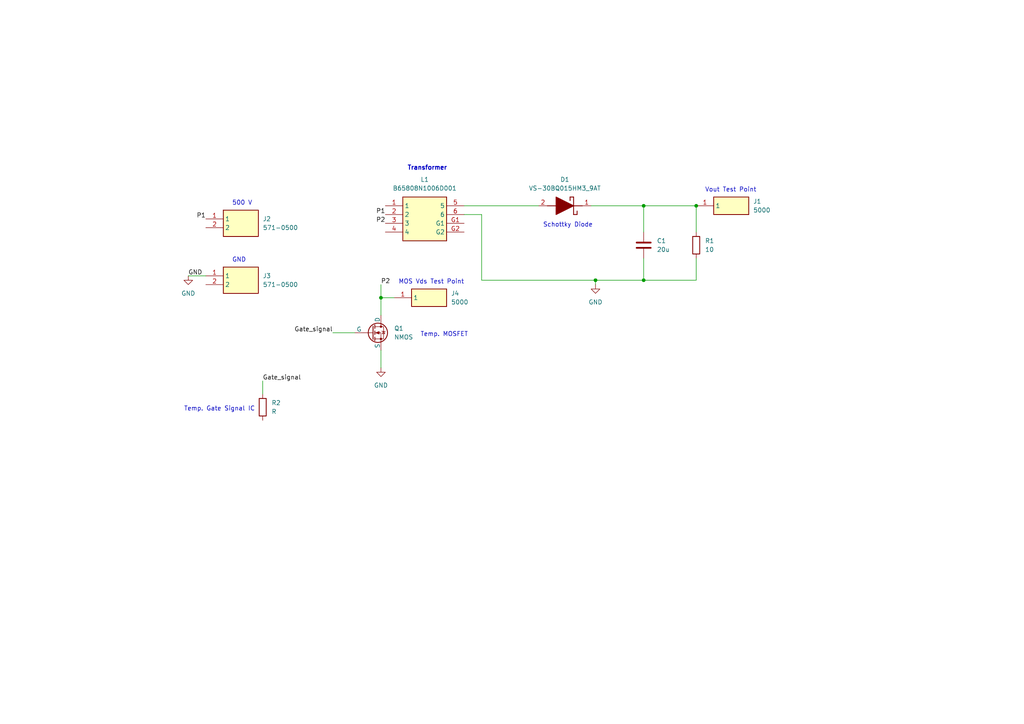
<source format=kicad_sch>
(kicad_sch (version 20230121) (generator eeschema)
  (paper "A4")
  (lib_symbols
    (symbol "5000:5000"
      (property "Reference" "J" (at 16.51 7.62 0))
      (property "Value" "5000" (at 16.51 5.08 0))
      (symbol "5000_1_1"
        (rectangle (start 5.08 2.54) (end 15.24 -2.54) (stroke (width 0.254)) (fill (type background)))
        (pin passive line (at 0 0 0) (length 5.08) (name "1") (number "1"))
      )
    )
    (symbol "571-0500:571-0500"
      (property "Reference" "J" (at 16.51 7.62 0))
      (property "Value" "571-0500" (at 16.51 5.08 0))
      (symbol "571-0500_1_1"
        (rectangle (start 5.08 2.54) (end 15.24 -5.08) (stroke (width 0.254)) (fill (type background)))
        (pin passive line (at 0 0 0) (length 5.08) (name "1") (number "1"))
        (pin passive line (at 0 -2.54 0) (length 5.08) (name "2") (number "2"))
      )
    )
    (symbol "B65808N1006D001:B65808N1006D001"
      (property "Reference" "L" (at 19.05 7.62 0))
      (property "Value" "B65808N1006D001" (at 19.05 5.08 0))
      (symbol "B65808N1006D001_1_1"
        (rectangle (start 5.08 2.54) (end 17.78 -10.16) (stroke (width 0.254)) (fill (type background)))
        (pin passive line (at 0 0 0) (length 5.08) (name "1") (number "1"))
        (pin passive line (at 0 -2.54 0) (length 5.08) (name "2") (number "2"))
        (pin passive line (at 0 -5.08 0) (length 5.08) (name "3") (number "3"))
        (pin passive line (at 0 -7.62 0) (length 5.08) (name "4") (number "4"))
        (pin passive line (at 22.86 0 180) (length 5.08) (name "5") (number "5"))
        (pin passive line (at 22.86 -2.54 180) (length 5.08) (name "6") (number "6"))
        (pin passive line (at 22.86 -5.08 180) (length 5.08) (name "G1") (number "G1"))
        (pin passive line (at 22.86 -7.62 180) (length 5.08) (name "G2") (number "G2"))
      )
    )
    (symbol "Device:C" (pin_numbers hide) (pin_names (offset 0.254))
      (property "Reference" "C" (at 0.635 2.54 0))
      (property "Value" "C" (at 0.635 -2.54 0))
      (symbol "C_0_1"
        (polyline (pts (xy -2.032 -0.762) (xy 2.032 -0.762)) (stroke (width 0.508)))
        (polyline (pts (xy -2.032 0.762) (xy 2.032 0.762)) (stroke (width 0.508)))
      )
      (symbol "C_1_1"
        (pin passive line (at 0 3.81 270) (length 2.794) (name "~") (number "1"))
        (pin passive line (at 0 -3.81 90) (length 2.794) (name "~") (number "2"))
      )
    )
    (symbol "Device:R" (pin_numbers hide) (pin_names (offset 0))
      (property "Reference" "R" (at 2.032 0 90))
      (property "Value" "R" (at 0 0 90))
      (symbol "R_0_1"
        (rectangle (start -1.016 -2.54) (end 1.016 2.54) (stroke (width 0.254)))
      )
      (symbol "R_1_1"
        (pin passive line (at 0 3.81 270) (length 1.27) (name "~") (number "1"))
        (pin passive line (at 0 -3.81 90) (length 1.27) (name "~") (number "2"))
      )
    )
    (symbol "Simulation_SPICE:NMOS" (pin_numbers hide) (pin_names (offset 0))
      (property "Reference" "Q" (at 5.08 1.27 0))
      (property "Value" "NMOS" (at 5.08 -1.27 0))
      (symbol "NMOS_0_1"
        (polyline (pts (xy 0.254 0) (xy -2.54 0)))
        (polyline (pts (xy 0.254 1.905) (xy 0.254 -1.905)) (stroke (width 0.254)))
        (polyline (pts (xy 0.762 -1.27) (xy 0.762 -2.286)) (stroke (width 0.254)))
        (polyline (pts (xy 0.762 0.508) (xy 0.762 -0.508)) (stroke (width 0.254)))
        (polyline (pts (xy 0.762 2.286) (xy 0.762 1.27)) (stroke (width 0.254)))
        (polyline (pts (xy 2.54 2.54) (xy 2.54 1.778)))
        (polyline (pts (xy 2.54 -2.54) (xy 2.54 0) (xy 0.762 0)))
        (polyline (pts (xy 0.762 -1.778) (xy 3.302 -1.778) (xy 3.302 1.778) (xy 0.762 1.778)))
        (polyline (pts (xy 1.016 0) (xy 2.032 0.381) (xy 2.032 -0.381) (xy 1.016 0)) (fill (type outline)))
        (polyline (pts (xy 2.794 0.508) (xy 2.921 0.381) (xy 3.683 0.381) (xy 3.81 0.254)))
        (polyline (pts (xy 3.302 0.381) (xy 2.921 -0.254) (xy 3.683 -0.254) (xy 3.302 0.381)))
        (circle (center 1.651 0) (radius 2.794) (stroke (width 0.254)))
        (circle (center 2.54 -1.778) (radius 0.254) (fill (type outline)))
        (circle (center 2.54 1.778) (radius 0.254) (fill (type outline)))
      )
      (symbol "NMOS_1_1"
        (pin passive line (at 2.54 5.08 270) (length 2.54) (name "D") (number "1"))
        (pin input line (at -5.08 0 0) (length 2.54) (name "G") (number "2"))
        (pin passive line (at 2.54 -5.08 90) (length 2.54) (name "S") (number "3"))
      )
    )
    (symbol "VS-30BQ015HM3_9AT:VS-30BQ015HM3_9AT" (pin_names hide)
      (property "Reference" "D" (at 12.7 8.89 0))
      (property "Value" "VS-30BQ015HM3_9AT" (at 12.7 6.35 0))
      (symbol "VS-30BQ015HM3_9AT_1_1"
        (polyline (pts (xy 5.08 0) (xy 7.62 0)) (stroke (width 0.254)))
        (polyline (pts (xy 6.604 -1.524) (xy 6.604 -2.54)) (stroke (width 0.254)))
        (polyline (pts (xy 7.62 -2.54) (xy 6.604 -2.54)) (stroke (width 0.254)))
        (polyline (pts (xy 7.62 2.54) (xy 7.62 -2.54)) (stroke (width 0.254)))
        (polyline (pts (xy 7.62 2.54) (xy 8.636 2.54)) (stroke (width 0.254)))
        (polyline (pts (xy 8.636 1.524) (xy 8.636 2.54)) (stroke (width 0.254)))
        (polyline (pts (xy 12.7 0) (xy 15.24 0)) (stroke (width 0.254)))
        (polyline (pts (xy 7.62 0) (xy 12.7 2.54) (xy 12.7 -2.54) (xy 7.62 0)) (stroke (width 0.254)) (fill (type outline)))
        (pin passive line (at 2.54 0 0) (length 2.54) (name "K") (number "1"))
        (pin passive line (at 17.78 0 180) (length 2.54) (name "A") (number "2"))
      )
    )
    (symbol "power:GND" (power) (pin_names (offset 0))
      (property "Value" "GND" (at 0 -3.81 0))
      (symbol "GND_0_1"
        (polyline (pts (xy 0 0) (xy 0 -1.27) (xy 1.27 -1.27) (xy 0 -2.54) (xy -1.27 -1.27) (xy 0 -1.27)))
      )
      (symbol "GND_1_1"
        (pin power_in line (at 0 0 270) (length 0) hide (name "GND") (number "1"))
      )
    )
  )
  (junction (at 201.93 59.69))
  (junction (at 186.69 81.28))
  (junction (at 110.49 86.36))
  (junction (at 186.69 59.69))
  (junction (at 172.72 81.28))
  (wire (pts (xy 110.49 86.36) (xy 114.3 86.36)))
  (wire (pts (xy 186.69 59.69) (xy 186.69 67.31)))
  (wire (pts (xy 110.49 82.55) (xy 110.49 86.36)))
  (wire (pts (xy 172.72 81.28) (xy 186.69 81.28)))
  (wire (pts (xy 139.7 81.28) (xy 172.72 81.28)))
  (wire (pts (xy 186.69 59.69) (xy 201.93 59.69)))
  (wire (pts (xy 139.7 62.23) (xy 134.62 62.23)))
  (wire (pts (xy 201.93 74.93) (xy 201.93 81.28)))
  (wire (pts (xy 110.49 86.36) (xy 110.49 91.44)))
  (wire (pts (xy 96.52 96.52) (xy 102.87 96.52)))
  (wire (pts (xy 201.93 59.69) (xy 201.93 67.31)))
  (wire (pts (xy 76.2 110.49) (xy 76.2 114.3)))
  (wire (pts (xy 54.61 80.01) (xy 59.69 80.01)))
  (wire (pts (xy 172.72 82.55) (xy 172.72 81.28)))
  (wire (pts (xy 186.69 74.93) (xy 186.69 81.28)))
  (wire (pts (xy 139.7 81.28) (xy 139.7 62.23)))
  (wire (pts (xy 186.69 81.28) (xy 201.93 81.28)))
  (wire (pts (xy 171.45 59.69) (xy 186.69 59.69)))
  (wire (pts (xy 110.49 101.6) (xy 110.49 106.68)))
  (wire (pts (xy 134.62 59.69) (xy 156.21 59.69)))
  (text "Vout Test Point" (at 204.47 55.88 0) (effects (font (size 1.27 1.27)) (justify left bottom)))
  (text "Transformer" (at 118.11 49.53 0) (effects (font (size 1.27 1.27) (thickness 0.254) bold) (justify left bottom)))
  (text "MOS Vds Test Point" (at 115.57 82.55 0) (effects (font (size 1.27 1.27)) (justify left bottom)))
  (text "Temp. Gate Signal IC" (at 53.34 119.38 0) (effects (font (size 1.27 1.27)) (justify left bottom)))
  (text "GND" (at 67.31 76.2 0) (effects (font (size 1.27 1.27)) (justify left bottom)))
  (text "500 V" (at 67.31 59.69 0) (effects (font (size 1.27 1.27)) (justify left bottom)))
  (text "Temp. MOSFET\n" (at 121.92 97.79 0) (effects (font (size 1.27 1.27)) (justify left bottom)))
  (text "Schottky Diode" (at 157.48 66.04 0) (effects (font (size 1.27 1.27)) (justify left bottom)))
  (label "P2" (at 111.76 64.77 180))
  (label "P2" (at 110.49 82.55 0))
  (label "Gate_signal" (at 96.52 96.52 180))
  (label "GND" (at 54.61 80.01 0))
  (label "Gate_signal" (at 76.2 110.49 0))
  (label "P1" (at 59.69 63.5 180))
  (label "P1" (at 111.76 62.23 180))
  (symbol (lib_id "Device:R") (at 201.93 71.12 0) (unit 1)
    (property "Reference" "R1" (at 204.47 69.85 0) (effects (justify left)))
    (property "Value" "10" (at 204.47 72.39 0) (effects (justify left)))
  )
  (symbol (lib_id "B65808N1006D001:B65808N1006D001") (at 111.76 59.69 0) (unit 1)
    (property "Reference" "L1" (at 123.19 52.07 0))
    (property "Value" "B65808N1006D001" (at 123.19 54.61 0))
    (property "Footprint" "Footprint:B65808N1006D001" (effects hide))
    (property "Datasheet" "https://product.tdk.com/system/files/dam/doc/product/ferrite/ferrite/ferrite-acc/data_sheet/80/db/fer/rm_6.pdf" (effects hide))
    (property "Height" "8.65" (effects hide))
    (property "Mouser Part Number" "871-B65808N1006D001" (effects hide))
    (property "Mouser Price/Stock" "https://www.mouser.co.uk/ProductDetail/EPCOS-TDK/B65808N1006D001?qs=%2FsLciWRBLmDv3p18KWyxXA%3D%3D" (effects hide))
    (property "Manufacturer_Name" "TDK" (effects hide))
    (property "Manufacturer_Part_Number" "B65808N1006D001" (effects hide))
  )
  (symbol (lib_id "power:GND") (at 172.72 82.55 0) (unit 1)
    (property "Reference" "#PWR02" (effects hide))
    (property "Value" "GND" (at 172.72 87.63 0))
  )
  (symbol (lib_id "Simulation_SPICE:NMOS") (at 107.95 96.52 0) (unit 1)
    (property "Reference" "Q1" (at 114.3 95.25 0) (effects (justify left)))
    (property "Value" "NMOS" (at 114.3 97.79 0) (effects (justify left)))
    (property "Datasheet" "https://ngspice.sourceforge.io/docs/ngspice-manual.pdf" (effects hide))
    (property "Sim.Device" "NMOS" (effects hide))
    (property "Sim.Type" "VDMOS" (effects hide))
    (property "Sim.Pins" "1=D 2=G 3=S" (effects hide))
  )
  (symbol (lib_id "5000:5000") (at 114.3 86.36 0) (unit 1)
    (property "Reference" "J4" (at 130.81 85.09 0) (effects (justify left)))
    (property "Value" "5000" (at 130.81 87.63 0) (effects (justify left)))
    (property "Footprint" "Footprint:5000" (effects hide))
    (property "Datasheet" "http://www.keyelco.com/product-pdf.cfm?p=1309" (effects hide))
    (property "Mouser Part Number" "534-5000" (effects hide))
    (property "Mouser Price/Stock" "https://www.mouser.co.uk/ProductDetail/Keystone-Electronics/5000?qs=q0tsjPZWdm%252B9SiiTAbEwUw%3D%3D" (effects hide))
    (property "Manufacturer_Name" "Keystone Electronics" (effects hide))
    (property "Manufacturer_Part_Number" "5000" (effects hide))
  )
  (symbol (lib_id "571-0500:571-0500") (at 59.69 63.5 0) (unit 1)
    (property "Reference" "J2" (at 76.2 63.5 0) (effects (justify left)))
    (property "Value" "571-0500" (at 76.2 66.04 0) (effects (justify left)))
    (property "Footprint" "Footprint:5710500" (effects hide))
    (property "Datasheet" "https://componentsearchengine.com/Datasheets/1/571-0500.pdf" (effects hide))
    (property "Height" "12.4" (effects hide))
    (property "Mouser Part Number" "164-6219" (effects hide))
    (property "Mouser Price/Stock" "https://www.mouser.co.uk/ProductDetail/Deltron/571-0500?qs=E2gf03EXmtqN5S6PKlh9vA%3D%3D" (effects hide))
    (property "Manufacturer_Name" "DELTRON COMPONENTS" (effects hide))
    (property "Manufacturer_Part_Number" "571-0500" (effects hide))
  )
  (symbol (lib_id "571-0500:571-0500") (at 59.69 80.01 0) (unit 1)
    (property "Reference" "J3" (at 76.2 80.01 0) (effects (justify left)))
    (property "Value" "571-0500" (at 76.2 82.55 0) (effects (justify left)))
    (property "Footprint" "Footprint:5710500" (effects hide))
    (property "Datasheet" "https://componentsearchengine.com/Datasheets/1/571-0500.pdf" (effects hide))
    (property "Height" "12.4" (effects hide))
    (property "Mouser Part Number" "164-6219" (effects hide))
    (property "Mouser Price/Stock" "https://www.mouser.co.uk/ProductDetail/Deltron/571-0500?qs=E2gf03EXmtqN5S6PKlh9vA%3D%3D" (effects hide))
    (property "Manufacturer_Name" "DELTRON COMPONENTS" (effects hide))
    (property "Manufacturer_Part_Number" "571-0500" (effects hide))
  )
  (symbol (lib_id "Device:C") (at 186.69 71.12 0) (unit 1)
    (property "Reference" "C1" (at 190.5 69.85 0) (effects (justify left)))
    (property "Value" "20u" (at 190.5 72.39 0) (effects (justify left)))
  )
  (symbol (lib_id "5000:5000") (at 201.93 59.69 0) (unit 1)
    (property "Reference" "J1" (at 218.44 58.42 0) (effects (justify left)))
    (property "Value" "5000" (at 218.44 60.96 0) (effects (justify left)))
    (property "Footprint" "Footprint:5000" (effects hide))
    (property "Datasheet" "http://www.keyelco.com/product-pdf.cfm?p=1309" (effects hide))
    (property "Mouser Part Number" "534-5000" (effects hide))
    (property "Mouser Price/Stock" "https://www.mouser.co.uk/ProductDetail/Keystone-Electronics/5000?qs=q0tsjPZWdm%252B9SiiTAbEwUw%3D%3D" (effects hide))
    (property "Manufacturer_Name" "Keystone Electronics" (effects hide))
    (property "Manufacturer_Part_Number" "5000" (effects hide))
  )
  (symbol (lib_id "Device:R") (at 76.2 118.11 0) (unit 1)
    (property "Reference" "R2" (at 78.74 116.84 0) (effects (justify left)))
    (property "Value" "R" (at 78.74 119.38 0) (effects (justify left)))
  )
  (symbol (lib_id "power:GND") (at 54.61 80.01 0) (unit 1)
    (property "Reference" "#PWR03" (effects hide))
    (property "Value" "GND" (at 54.61 85.09 0))
  )
  (symbol (lib_id "VS-30BQ015HM3_9AT:VS-30BQ015HM3_9AT") (at 173.99 59.69 0) (mirror y) (unit 1)
    (property "Reference" "D1" (at 163.83 52.07 0))
    (property "Value" "VS-30BQ015HM3_9AT" (at 163.83 54.61 0))
    (property "Footprint" "Footprint:DIOM7959X262N" (effects hide))
    (property "Datasheet" "https://www.vishay.com/docs/94842/vs-30bq015hm3.pdf" (effects hide))
    (property "Height" "2.62" (effects hide))
    (property "Mouser Part Number" "78-VS-30BQ015HM39AT" (effects hide))
    (property "Mouser Price/Stock" "https://www.mouser.co.uk/ProductDetail/Vishay-Semiconductors/VS-30BQ015HM3-9AT?qs=3SS1MhAOHqoxJr5%2F3aw8DA%3D%3D" (effects hide))
    (property "Manufacturer_Name" "Vishay" (effects hide))
    (property "Manufacturer_Part_Number" "VS-30BQ015HM3/9AT" (effects hide))
  )
  (symbol (lib_id "power:GND") (at 110.49 106.68 0) (unit 1)
    (property "Reference" "#PWR01" (effects hide))
    (property "Value" "GND" (at 110.49 111.76 0))
  )
)
</source>
